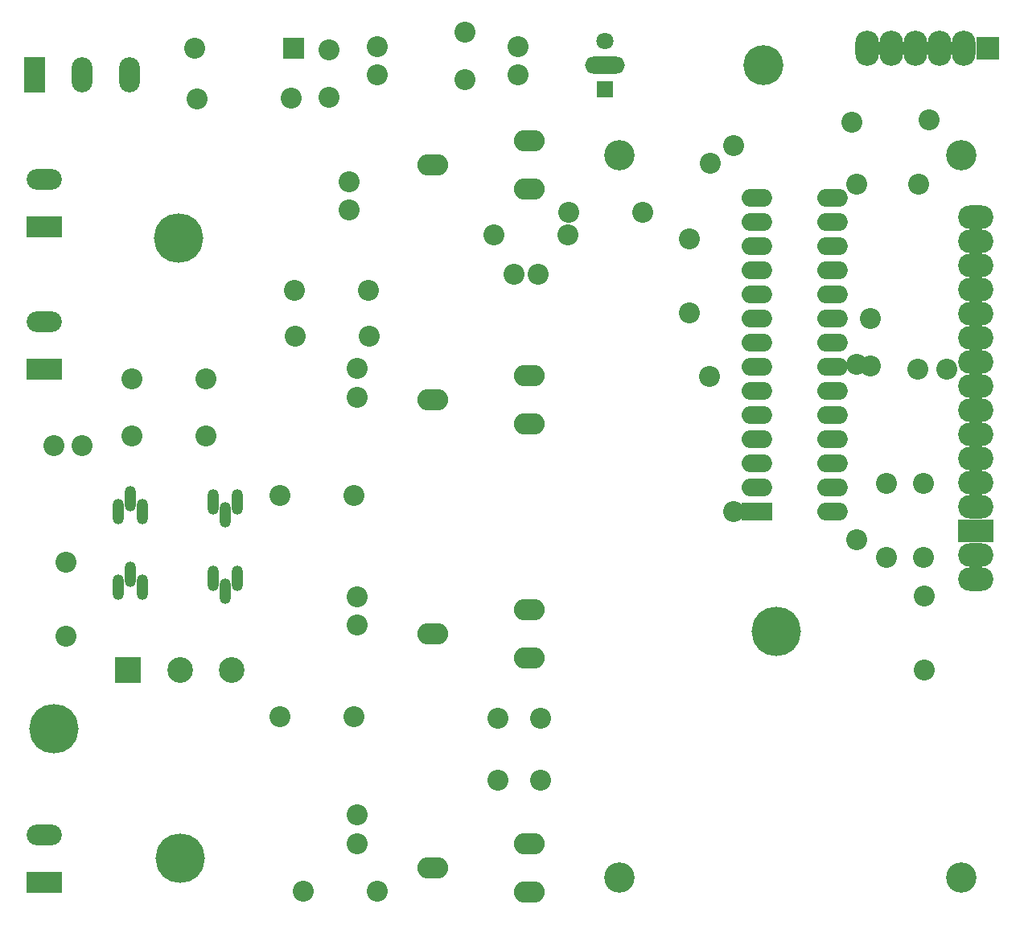
<source format=gbs>
%FSLAX25Y25*%
%MOIN*%
G70*
G01*
G75*
G04 Layer_Color=16711935*
%ADD10C,0.03937*%
%ADD11C,0.01969*%
%ADD12C,0.01000*%
%ADD13C,0.00600*%
%ADD14R,0.71600X0.39300*%
%ADD15C,0.07874*%
%ADD16O,0.03937X0.09843*%
%ADD17O,0.12000X0.08000*%
%ADD18C,0.19685*%
%ADD19C,0.11811*%
%ADD20R,0.13780X0.07874*%
%ADD21O,0.13780X0.07874*%
%ADD22O,0.07874X0.13780*%
%ADD23R,0.07874X0.13780*%
%ADD24O,0.13780X0.09000*%
%ADD25R,0.13780X0.09000*%
%ADD26C,0.15748*%
%ADD27R,0.06299X0.06299*%
%ADD28O,0.15748X0.06299*%
%ADD29C,0.06299*%
%ADD30R,0.11811X0.06693*%
%ADD31O,0.11811X0.06693*%
%ADD32R,0.09000X0.09000*%
%ADD33O,0.09000X0.13780*%
%ADD34C,0.09843*%
%ADD35R,0.09843X0.09843*%
%ADD36R,0.07874X0.07874*%
%ADD37C,0.05000*%
%ADD38C,0.07874*%
%ADD39R,0.05906X0.15748*%
%ADD40R,0.09843X0.15748*%
%ADD41R,0.04843X0.15748*%
%ADD42R,0.03937X0.15748*%
%ADD43R,0.16500X0.42717*%
%ADD44R,0.12992X0.36319*%
%ADD45R,0.17126X0.19390*%
%ADD46R,0.25098X0.19882*%
%ADD47R,0.31004X0.11614*%
%ADD48R,0.21654X0.12795*%
%ADD49R,0.34547X0.18898*%
%ADD50R,0.15650X0.24902*%
%ADD51R,0.15650X0.15453*%
%ADD52R,0.16043X0.15157*%
%ADD53R,0.19095X0.15650*%
%ADD54C,0.00787*%
%ADD55C,0.00500*%
%ADD56C,0.01575*%
%ADD57C,0.00591*%
%ADD58R,0.02756X0.09547*%
%ADD59R,0.08000X0.08000*%
%ADD60R,0.02732X0.10630*%
%ADD61R,0.10000X0.03000*%
%ADD62R,0.10728X0.02925*%
%ADD63R,0.01575X0.08740*%
%ADD64R,0.01535X0.06890*%
%ADD65R,0.10000X0.01457*%
%ADD66R,0.03150X0.11024*%
%ADD67C,0.08674*%
%ADD68O,0.04737X0.10642*%
%ADD69O,0.12800X0.08800*%
%ADD70C,0.20485*%
%ADD71C,0.12611*%
%ADD72R,0.14579X0.08674*%
%ADD73O,0.14579X0.08674*%
%ADD74O,0.08674X0.14579*%
%ADD75R,0.08674X0.14579*%
%ADD76O,0.14579X0.09800*%
%ADD77R,0.14579X0.09800*%
%ADD78C,0.16548*%
%ADD79R,0.07099X0.07099*%
%ADD80O,0.16548X0.07099*%
%ADD81C,0.07099*%
%ADD82R,0.12611X0.07493*%
%ADD83O,0.12611X0.07493*%
%ADD84R,0.09800X0.09800*%
%ADD85O,0.09800X0.14579*%
%ADD86C,0.10642*%
%ADD87R,0.10642X0.10642*%
%ADD88R,0.08674X0.08674*%
D67*
X323923Y370079D02*
D03*
X333924D02*
D03*
X255380Y408464D02*
D03*
Y396654D02*
D03*
X396522Y353937D02*
D03*
Y384646D02*
D03*
X493766Y205906D02*
D03*
Y236614D02*
D03*
X478018Y252756D02*
D03*
Y283465D02*
D03*
X493372Y252756D02*
D03*
Y283465D02*
D03*
X232742Y363386D02*
D03*
X263451D02*
D03*
X138254Y220079D02*
D03*
Y250787D02*
D03*
X165419Y303150D02*
D03*
X196128D02*
D03*
X233136Y344488D02*
D03*
X263845D02*
D03*
X165419Y326772D02*
D03*
X196128D02*
D03*
X236286Y114173D02*
D03*
X266994D02*
D03*
X226837Y186614D02*
D03*
X257545D02*
D03*
X226837Y278346D02*
D03*
X257545D02*
D03*
X346128Y386221D02*
D03*
X315420D02*
D03*
X247014Y443210D02*
D03*
Y462894D02*
D03*
X471424Y331989D02*
D03*
Y351674D02*
D03*
X258924Y330905D02*
D03*
Y319094D02*
D03*
Y236417D02*
D03*
Y224606D02*
D03*
X491207Y330512D02*
D03*
X503018D02*
D03*
X258924Y145866D02*
D03*
Y134055D02*
D03*
X132939Y299016D02*
D03*
X144750D02*
D03*
X267191Y452559D02*
D03*
Y464370D02*
D03*
X317073Y185945D02*
D03*
Y160354D02*
D03*
X334790D02*
D03*
Y185945D02*
D03*
X346522Y395669D02*
D03*
X377231D02*
D03*
X191286Y463583D02*
D03*
X303412Y450690D02*
D03*
Y470375D02*
D03*
X325262Y452559D02*
D03*
Y464370D02*
D03*
X495735Y433858D02*
D03*
X404790Y327559D02*
D03*
X405183Y416142D02*
D03*
X192585Y442520D02*
D03*
X231561Y442913D02*
D03*
X414632Y423228D02*
D03*
Y271654D02*
D03*
X465813Y259842D02*
D03*
Y332677D02*
D03*
X491404Y407480D02*
D03*
X465813D02*
D03*
X463845Y433071D02*
D03*
D68*
X159632Y240158D02*
D03*
X164632Y245512D02*
D03*
X169632Y240158D02*
D03*
X209002Y244094D02*
D03*
X204002Y238740D02*
D03*
X199002Y244094D02*
D03*
X159632Y271654D02*
D03*
X164632Y277008D02*
D03*
X169632Y271654D02*
D03*
X209002Y275590D02*
D03*
X204002Y270236D02*
D03*
X199002Y275590D02*
D03*
D69*
X289986Y220971D02*
D03*
X329986Y210971D02*
D03*
Y230971D02*
D03*
X289986Y318084D02*
D03*
X329986Y308084D02*
D03*
Y328084D02*
D03*
X289986Y415197D02*
D03*
X329986Y405197D02*
D03*
Y425197D02*
D03*
X289986Y123858D02*
D03*
X329986Y113858D02*
D03*
Y133858D02*
D03*
D70*
X133136Y181496D02*
D03*
X184711Y385039D02*
D03*
X432349Y222047D02*
D03*
X185498Y127953D02*
D03*
D71*
X367388Y419291D02*
D03*
X509120D02*
D03*
Y120079D02*
D03*
X367388D02*
D03*
D72*
X129199Y118110D02*
D03*
Y389764D02*
D03*
Y330709D02*
D03*
D73*
Y137795D02*
D03*
Y409449D02*
D03*
Y350394D02*
D03*
D74*
X164569Y452756D02*
D03*
X144884D02*
D03*
D75*
X125199D02*
D03*
D76*
X515026Y393701D02*
D03*
Y383701D02*
D03*
Y373701D02*
D03*
Y363701D02*
D03*
Y353701D02*
D03*
Y343701D02*
D03*
Y333701D02*
D03*
Y323701D02*
D03*
Y313701D02*
D03*
Y303701D02*
D03*
Y293701D02*
D03*
Y283701D02*
D03*
Y273701D02*
D03*
Y253701D02*
D03*
Y243701D02*
D03*
D77*
Y263701D02*
D03*
D78*
X427082Y456793D02*
D03*
D79*
X361483Y446693D02*
D03*
D80*
Y456693D02*
D03*
D81*
Y466693D02*
D03*
D82*
X424475Y271654D02*
D03*
D83*
Y281653D02*
D03*
Y291653D02*
D03*
Y301654D02*
D03*
Y311653D02*
D03*
Y321654D02*
D03*
Y331653D02*
D03*
Y341653D02*
D03*
Y351654D02*
D03*
Y361653D02*
D03*
Y371654D02*
D03*
Y381653D02*
D03*
Y391653D02*
D03*
Y401653D02*
D03*
X455725Y271654D02*
D03*
Y281653D02*
D03*
Y291653D02*
D03*
Y301654D02*
D03*
Y311653D02*
D03*
Y321654D02*
D03*
Y331653D02*
D03*
Y341653D02*
D03*
Y351654D02*
D03*
Y361653D02*
D03*
Y371654D02*
D03*
Y381653D02*
D03*
Y391653D02*
D03*
Y401653D02*
D03*
D84*
X520026Y463622D02*
D03*
D85*
X510026D02*
D03*
X500026D02*
D03*
X490026D02*
D03*
X480026D02*
D03*
X470026D02*
D03*
D86*
X206758Y206102D02*
D03*
X185301D02*
D03*
D87*
X163845D02*
D03*
D88*
X232467Y463583D02*
D03*
M02*

</source>
